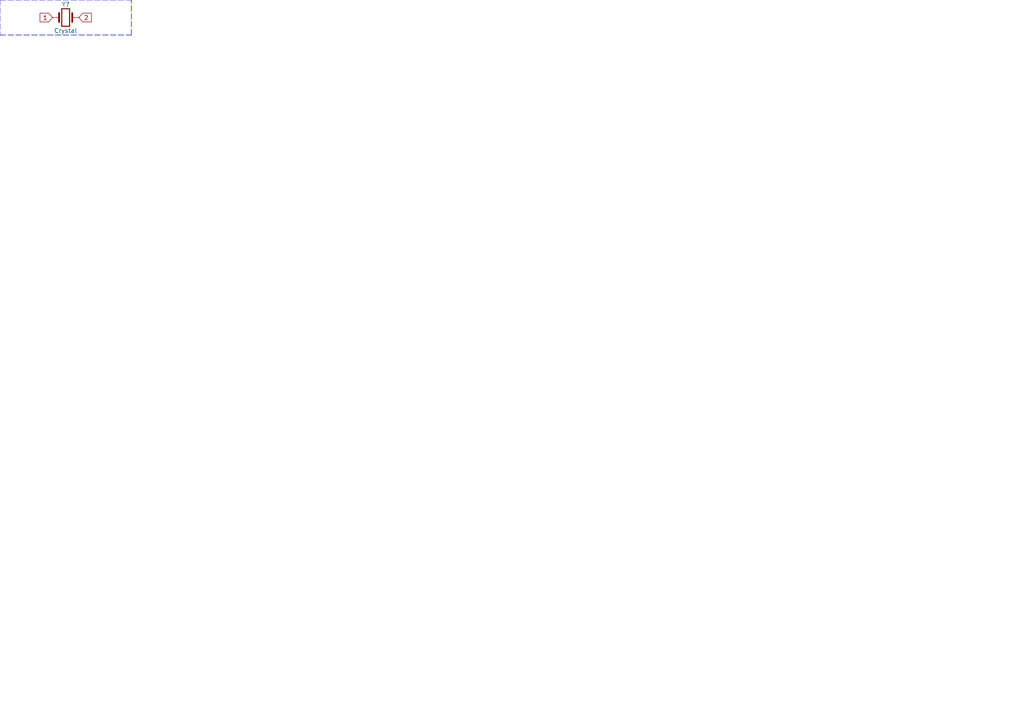
<source format=kicad_sch>
(kicad_sch (version 20201015) (generator eeschema)
  (paper "A4")
  (lib_symbols
    (symbol "Device:Crystal" (pin_numbers hide) (pin_names (offset 1.016) hide)
      (property "Reference" "Y" (at 0 3.81 0))
      (property "Value" "Crystal" (at 0 -3.81 0))
      (symbol "Crystal_0_1"
        (rectangle (start -1.143 2.54) (end 1.143 -2.54) (stroke (width 0.3048)))
        (polyline (pts (xy -2.54 0) (xy -1.905 0)))
        (polyline (pts (xy -1.905 -1.27) (xy -1.905 1.27)) (stroke (width 0.508)))
        (polyline (pts (xy 1.905 -1.27) (xy 1.905 1.27)) (stroke (width 0.508)))
        (polyline (pts (xy 2.54 0) (xy 1.905 0)))
      )
      (symbol "Crystal_1_1"
        (pin passive line (at -3.81 0 0) (length 1.27) (name "1") (number "1"))
        (pin passive line (at 3.81 0 180) (length 1.27) (name "2") (number "2"))
      )
    )
  )
  (polyline (pts (xy 0 0) (xy 0 10.16)) (stroke (width 0) (type dash)))
  (polyline (pts (xy 0 0) (xy 38.1 0)) (stroke (width 0) (type dash)))
  (polyline (pts (xy 0 10.16) (xy 38.1 10.16)) (stroke (width 0) (type dash)))
  (polyline (pts (xy 38.1 10.16) (xy 38.1 0)) (stroke (width 0) (type dash)))
  (text "D Y3\nF .*\nV .*" (at 0 0 0) (effects (font (size 1.27 1.27)) (justify left bottom)))
  (global_label "1" (shape input) (at 15.24 5.08 180) (property "Intersheet References" "${INTERSHEET_REFS}" (effects hide)))
  (global_label "2" (shape input) (at 22.86 5.08 0) (property "Intersheet References" "${INTERSHEET_REFS}" (effects hide)))
  (symbol (lib_id "Device:Crystal") (at 19.05 5.08 0) (unit 1)
    (property "Reference" "Y?" (at 19.05 1.27 0))
    (property "Value" "Crystal" (at 19.05 8.89 0))
  )
)
</source>
